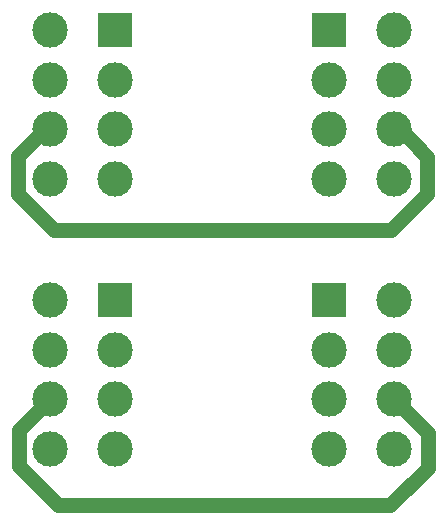
<source format=gbl>
G04 #@! TF.FileFunction,Copper,L2,Bot,Signal*
%FSLAX46Y46*%
G04 Gerber Fmt 4.6, Leading zero omitted, Abs format (unit mm)*
G04 Created by KiCad (PCBNEW 4.0.7) date 03/10/18 19:58:14*
%MOMM*%
%LPD*%
G01*
G04 APERTURE LIST*
%ADD10C,0.100000*%
%ADD11R,3.000000X3.000000*%
%ADD12C,3.000000*%
%ADD13C,1.250000*%
G04 APERTURE END LIST*
D10*
D11*
X112891000Y-66920000D03*
D12*
X112891000Y-71120000D03*
X112891000Y-75320000D03*
X112891000Y-79520000D03*
X107391000Y-66920000D03*
X107391000Y-71120000D03*
X107391000Y-75320000D03*
X107391000Y-79520000D03*
D11*
X130981000Y-89780000D03*
D12*
X130981000Y-93980000D03*
X130981000Y-98180000D03*
X130981000Y-102380000D03*
X136481000Y-89780000D03*
X136481000Y-93980000D03*
X136481000Y-98180000D03*
X136481000Y-102380000D03*
D11*
X130981000Y-66920000D03*
D12*
X130981000Y-71120000D03*
X130981000Y-75320000D03*
X130981000Y-79520000D03*
X136481000Y-66920000D03*
X136481000Y-71120000D03*
X136481000Y-75320000D03*
X136481000Y-79520000D03*
D11*
X112841000Y-89780000D03*
D12*
X112841000Y-93980000D03*
X112841000Y-98180000D03*
X112841000Y-102380000D03*
X107341000Y-89780000D03*
X107341000Y-93980000D03*
X107341000Y-98180000D03*
X107341000Y-102380000D03*
D13*
X107391000Y-74849092D02*
X104649126Y-77590966D01*
X136251277Y-83868486D02*
X139286512Y-80833251D01*
X104649126Y-77590966D02*
X104649126Y-80833250D01*
X139286512Y-80833251D02*
X139286512Y-77654604D01*
X104649126Y-80833250D02*
X107684362Y-83868486D01*
X107684362Y-83868486D02*
X136251277Y-83868486D01*
X137980999Y-76349091D02*
X136481000Y-74849092D01*
X139286512Y-77654604D02*
X137980999Y-76349091D01*
X107341000Y-98180000D02*
X104760901Y-100760099D01*
X104760901Y-100760099D02*
X104760901Y-103845443D01*
X104760901Y-103845443D02*
X108062886Y-107147428D01*
X108062886Y-107147428D02*
X136151586Y-107147428D01*
X136151586Y-107147428D02*
X139323961Y-103975053D01*
X139323961Y-103975053D02*
X139323961Y-101022961D01*
X139323961Y-101022961D02*
X137980999Y-99679999D01*
X137980999Y-99679999D02*
X136481000Y-98180000D01*
M02*

</source>
